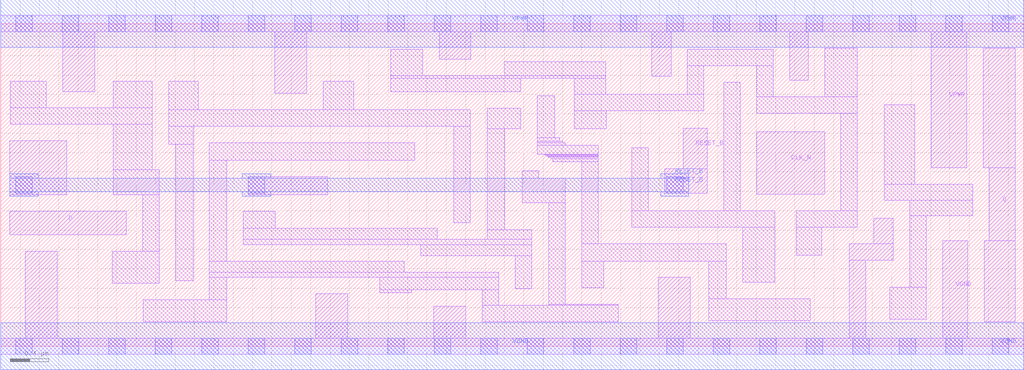
<source format=lef>
# Copyright 2020 The SkyWater PDK Authors
#
# Licensed under the Apache License, Version 2.0 (the "License");
# you may not use this file except in compliance with the License.
# You may obtain a copy of the License at
#
#     https://www.apache.org/licenses/LICENSE-2.0
#
# Unless required by applicable law or agreed to in writing, software
# distributed under the License is distributed on an "AS IS" BASIS,
# WITHOUT WARRANTIES OR CONDITIONS OF ANY KIND, either express or implied.
# See the License for the specific language governing permissions and
# limitations under the License.
#
# SPDX-License-Identifier: Apache-2.0

VERSION 5.7 ;
  NAMESCASESENSITIVE ON ;
  NOWIREEXTENSIONATPIN ON ;
  DIVIDERCHAR "/" ;
  BUSBITCHARS "[]" ;
UNITS
  DATABASE MICRONS 200 ;
END UNITS
MACRO sky130_fd_sc_lp__dfrtn_1
  CLASS CORE ;
  SOURCE USER ;
  FOREIGN sky130_fd_sc_lp__dfrtn_1 ;
  ORIGIN  0.000000  0.000000 ;
  SIZE  10.56000 BY  3.330000 ;
  SYMMETRY R90 ;
  SITE unit ;
  PIN D
    ANTENNAGATEAREA  0.126000 ;
    DIRECTION INPUT ;
    USE SIGNAL ;
    PORT
      LAYER li1 ;
        RECT 0.095000 1.150000 1.295000 1.395000 ;
    END
  END D
  PIN Q
    ANTENNADIFFAREA  0.556500 ;
    DIRECTION OUTPUT ;
    USE SIGNAL ;
    PORT
      LAYER li1 ;
        RECT 10.145000 1.845000 10.475000 3.075000 ;
        RECT 10.155000 0.255000 10.475000 1.090000 ;
        RECT 10.205000 1.090000 10.475000 1.845000 ;
    END
  END Q
  PIN RESET_B
    ANTENNAGATEAREA  0.378000 ;
    DIRECTION INPUT ;
    USE SIGNAL ;
    PORT
      LAYER li1 ;
        RECT 0.095000 1.565000 0.680000 2.120000 ;
        RECT 2.555000 1.565000 3.375000 1.750000 ;
        RECT 6.855000 1.580000 7.295000 1.835000 ;
        RECT 7.045000 1.835000 7.295000 2.250000 ;
      LAYER mcon ;
        RECT 0.155000 1.580000 0.325000 1.750000 ;
        RECT 2.555000 1.580000 2.725000 1.750000 ;
        RECT 6.875000 1.580000 7.045000 1.750000 ;
      LAYER met1 ;
        RECT 0.095000 1.550000 0.385000 1.595000 ;
        RECT 0.095000 1.595000 7.105000 1.735000 ;
        RECT 0.095000 1.735000 0.385000 1.780000 ;
        RECT 2.495000 1.550000 2.785000 1.595000 ;
        RECT 2.495000 1.735000 2.785000 1.780000 ;
        RECT 6.815000 1.550000 7.105000 1.595000 ;
        RECT 6.815000 1.735000 7.105000 1.780000 ;
    END
  END RESET_B
  PIN CLK_N
    ANTENNAGATEAREA  0.159000 ;
    DIRECTION INPUT ;
    USE CLOCK ;
    PORT
      LAYER li1 ;
        RECT 7.805000 1.570000 8.505000 2.215000 ;
    END
  END CLK_N
  PIN VGND
    DIRECTION INOUT ;
    USE GROUND ;
    PORT
      LAYER li1 ;
        RECT 0.000000 -0.085000 10.560000 0.085000 ;
        RECT 0.255000  0.085000  0.585000 0.980000 ;
        RECT 3.250000  0.085000  3.580000 0.540000 ;
        RECT 4.470000  0.085000  4.800000 0.415000 ;
        RECT 6.790000  0.085000  7.120000 0.710000 ;
        RECT 8.760000  0.085000  8.930000 0.890000 ;
        RECT 8.760000  0.890000  9.215000 1.060000 ;
        RECT 9.015000  1.060000  9.215000 1.320000 ;
        RECT 9.725000  0.085000  9.985000 1.090000 ;
      LAYER mcon ;
        RECT  0.155000 -0.085000  0.325000 0.085000 ;
        RECT  0.635000 -0.085000  0.805000 0.085000 ;
        RECT  1.115000 -0.085000  1.285000 0.085000 ;
        RECT  1.595000 -0.085000  1.765000 0.085000 ;
        RECT  2.075000 -0.085000  2.245000 0.085000 ;
        RECT  2.555000 -0.085000  2.725000 0.085000 ;
        RECT  3.035000 -0.085000  3.205000 0.085000 ;
        RECT  3.515000 -0.085000  3.685000 0.085000 ;
        RECT  3.995000 -0.085000  4.165000 0.085000 ;
        RECT  4.475000 -0.085000  4.645000 0.085000 ;
        RECT  4.955000 -0.085000  5.125000 0.085000 ;
        RECT  5.435000 -0.085000  5.605000 0.085000 ;
        RECT  5.915000 -0.085000  6.085000 0.085000 ;
        RECT  6.395000 -0.085000  6.565000 0.085000 ;
        RECT  6.875000 -0.085000  7.045000 0.085000 ;
        RECT  7.355000 -0.085000  7.525000 0.085000 ;
        RECT  7.835000 -0.085000  8.005000 0.085000 ;
        RECT  8.315000 -0.085000  8.485000 0.085000 ;
        RECT  8.795000 -0.085000  8.965000 0.085000 ;
        RECT  9.275000 -0.085000  9.445000 0.085000 ;
        RECT  9.755000 -0.085000  9.925000 0.085000 ;
        RECT 10.235000 -0.085000 10.405000 0.085000 ;
      LAYER met1 ;
        RECT 0.000000 -0.245000 10.560000 0.245000 ;
    END
  END VGND
  PIN VPWR
    DIRECTION INOUT ;
    USE POWER ;
    PORT
      LAYER li1 ;
        RECT 0.000000 3.245000 10.560000 3.415000 ;
        RECT 0.640000 2.630000  0.970000 3.245000 ;
        RECT 2.830000 2.610000  3.160000 3.245000 ;
        RECT 4.525000 2.965000  4.855000 3.245000 ;
        RECT 6.720000 2.785000  6.920000 3.245000 ;
        RECT 8.145000 2.745000  8.335000 3.245000 ;
        RECT 9.605000 1.845000  9.975000 3.245000 ;
      LAYER mcon ;
        RECT  0.155000 3.245000  0.325000 3.415000 ;
        RECT  0.635000 3.245000  0.805000 3.415000 ;
        RECT  1.115000 3.245000  1.285000 3.415000 ;
        RECT  1.595000 3.245000  1.765000 3.415000 ;
        RECT  2.075000 3.245000  2.245000 3.415000 ;
        RECT  2.555000 3.245000  2.725000 3.415000 ;
        RECT  3.035000 3.245000  3.205000 3.415000 ;
        RECT  3.515000 3.245000  3.685000 3.415000 ;
        RECT  3.995000 3.245000  4.165000 3.415000 ;
        RECT  4.475000 3.245000  4.645000 3.415000 ;
        RECT  4.955000 3.245000  5.125000 3.415000 ;
        RECT  5.435000 3.245000  5.605000 3.415000 ;
        RECT  5.915000 3.245000  6.085000 3.415000 ;
        RECT  6.395000 3.245000  6.565000 3.415000 ;
        RECT  6.875000 3.245000  7.045000 3.415000 ;
        RECT  7.355000 3.245000  7.525000 3.415000 ;
        RECT  7.835000 3.245000  8.005000 3.415000 ;
        RECT  8.315000 3.245000  8.485000 3.415000 ;
        RECT  8.795000 3.245000  8.965000 3.415000 ;
        RECT  9.275000 3.245000  9.445000 3.415000 ;
        RECT  9.755000 3.245000  9.925000 3.415000 ;
        RECT 10.235000 3.245000 10.405000 3.415000 ;
      LAYER met1 ;
        RECT 0.000000 3.085000 10.560000 3.575000 ;
    END
  END VPWR
  OBS
    LAYER li1 ;
      RECT 0.100000 2.290000  1.565000 2.460000 ;
      RECT 0.100000 2.460000  0.470000 2.735000 ;
      RECT 1.150000 0.650000  1.635000 0.980000 ;
      RECT 1.160000 1.565000  1.635000 1.820000 ;
      RECT 1.160000 1.820000  1.565000 2.290000 ;
      RECT 1.160000 2.460000  1.565000 2.735000 ;
      RECT 1.465000 0.980000  1.635000 1.565000 ;
      RECT 1.470000 0.255000  2.335000 0.480000 ;
      RECT 1.735000 2.085000  1.985000 2.270000 ;
      RECT 1.735000 2.270000  4.845000 2.440000 ;
      RECT 1.735000 2.440000  2.040000 2.735000 ;
      RECT 1.805000 0.675000  1.985000 2.085000 ;
      RECT 2.155000 0.480000  2.335000 0.710000 ;
      RECT 2.155000 0.710000  5.140000 0.765000 ;
      RECT 2.155000 0.765000  4.165000 0.880000 ;
      RECT 2.155000 0.880000  2.335000 1.920000 ;
      RECT 2.155000 1.920000  4.275000 2.100000 ;
      RECT 2.505000 1.050000  5.480000 1.105000 ;
      RECT 2.505000 1.105000  4.505000 1.220000 ;
      RECT 2.505000 1.220000  2.835000 1.395000 ;
      RECT 3.330000 2.440000  3.645000 2.735000 ;
      RECT 3.915000 0.550000  4.245000 0.585000 ;
      RECT 3.915000 0.585000  5.140000 0.710000 ;
      RECT 4.025000 2.625000  5.370000 2.765000 ;
      RECT 4.025000 2.765000  6.245000 2.795000 ;
      RECT 4.025000 2.795000  4.355000 3.065000 ;
      RECT 4.335000 0.935000  5.480000 1.050000 ;
      RECT 4.675000 1.275000  4.845000 2.270000 ;
      RECT 4.970000 0.255000  6.375000 0.425000 ;
      RECT 4.970000 0.425000  5.140000 0.585000 ;
      RECT 5.025000 1.105000  5.480000 1.205000 ;
      RECT 5.025000 1.205000  5.205000 2.245000 ;
      RECT 5.025000 2.245000  5.370000 2.455000 ;
      RECT 5.200000 2.795000  6.245000 2.935000 ;
      RECT 5.310000 0.595000  5.480000 0.935000 ;
      RECT 5.385000 1.480000  5.830000 1.735000 ;
      RECT 5.385000 1.735000  5.555000 1.810000 ;
      RECT 5.540000 1.980000  6.170000 2.075000 ;
      RECT 5.540000 2.075000  5.830000 2.100000 ;
      RECT 5.540000 2.100000  5.800000 2.115000 ;
      RECT 5.540000 2.115000  5.770000 2.155000 ;
      RECT 5.540000 2.155000  5.720000 2.585000 ;
      RECT 5.610000 1.975000  6.170000 1.980000 ;
      RECT 5.625000 1.965000  6.170000 1.975000 ;
      RECT 5.640000 1.960000  6.170000 1.965000 ;
      RECT 5.655000 1.950000  6.170000 1.960000 ;
      RECT 5.660000 0.425000  6.375000 0.435000 ;
      RECT 5.660000 0.435000  5.830000 1.480000 ;
      RECT 5.680000 1.935000  6.170000 1.950000 ;
      RECT 5.700000 1.905000  6.170000 1.935000 ;
      RECT 5.920000 2.245000  6.250000 2.430000 ;
      RECT 5.920000 2.430000  7.260000 2.600000 ;
      RECT 5.920000 2.600000  6.245000 2.765000 ;
      RECT 6.000000 0.605000  6.225000 0.880000 ;
      RECT 6.000000 0.880000  7.490000 1.060000 ;
      RECT 6.000000 1.060000  6.170000 1.905000 ;
      RECT 6.515000 1.230000  7.990000 1.400000 ;
      RECT 6.515000 1.400000  6.685000 2.050000 ;
      RECT 7.090000 2.600000  7.260000 2.895000 ;
      RECT 7.090000 2.895000  7.975000 3.065000 ;
      RECT 7.310000 0.265000  8.360000 0.490000 ;
      RECT 7.310000 0.490000  7.490000 0.880000 ;
      RECT 7.465000 1.400000  7.635000 2.725000 ;
      RECT 7.660000 0.660000  7.990000 1.230000 ;
      RECT 7.805000 2.405000  8.845000 2.575000 ;
      RECT 7.805000 2.575000  7.975000 2.895000 ;
      RECT 8.215000 0.940000  8.475000 1.230000 ;
      RECT 8.215000 1.230000  8.845000 1.400000 ;
      RECT 8.505000 2.575000  8.845000 3.075000 ;
      RECT 8.675000 1.400000  8.845000 2.405000 ;
      RECT 9.120000 1.505000 10.035000 1.675000 ;
      RECT 9.120000 1.675000  9.435000 2.495000 ;
      RECT 9.180000 0.280000  9.555000 0.610000 ;
      RECT 9.385000 0.610000  9.555000 1.345000 ;
      RECT 9.385000 1.345000 10.035000 1.505000 ;
  END
END sky130_fd_sc_lp__dfrtn_1

</source>
